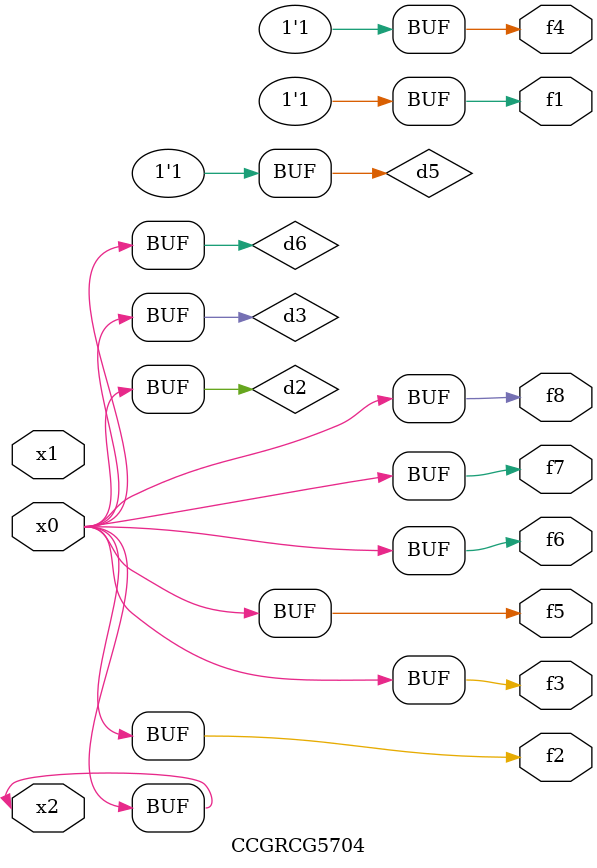
<source format=v>
module CCGRCG5704(
	input x0, x1, x2,
	output f1, f2, f3, f4, f5, f6, f7, f8
);

	wire d1, d2, d3, d4, d5, d6;

	xnor (d1, x2);
	buf (d2, x0, x2);
	and (d3, x0);
	xnor (d4, x1, x2);
	nand (d5, d1, d3);
	buf (d6, d2, d3);
	assign f1 = d5;
	assign f2 = d6;
	assign f3 = d6;
	assign f4 = d5;
	assign f5 = d6;
	assign f6 = d6;
	assign f7 = d6;
	assign f8 = d6;
endmodule

</source>
